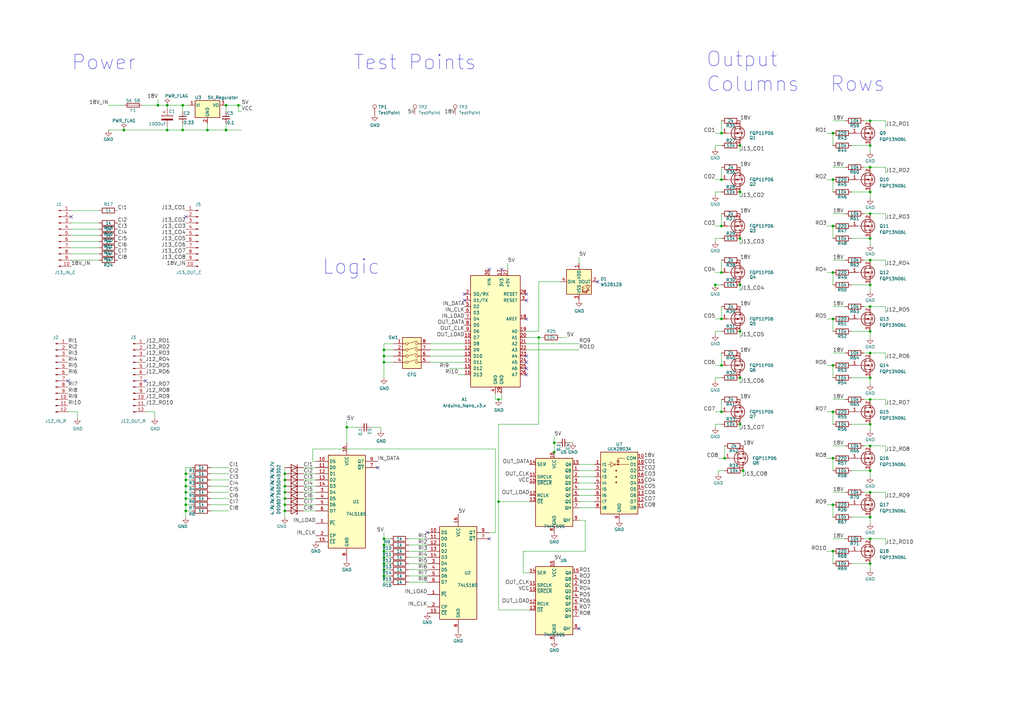
<source format=kicad_sch>
(kicad_sch (version 20211123) (generator eeschema)
  (paper "A3")
  (title_block (title "Afterglow WHITESTAR") (rev "2.0") (company "bitfield labs"))
  (junction (at 303.53 78.74))
  (junction (at 116.84 207.01))
  (junction (at 157.48 231.14))
  (junction (at 97.79 43.18))
  (junction (at 303.53 135.89))
  (junction (at 341.63 111.76))
  (junction (at 303.53 173.99))
  (junction (at 142.24 175.26))
  (junction (at 356.87 106.68))
  (junction (at 74.93 53.34))
  (junction (at 303.53 116.84))
  (junction (at 76.2 196.85))
  (junction (at 341.63 130.81))
  (junction (at 204.47 205.74))
  (junction (at 341.63 92.71))
  (junction (at 295.91 92.71))
  (junction (at 295.91 130.81))
  (junction (at 293.37 116.84))
  (junction (at 356.87 144.78))
  (junction (at 227.33 185.42))
  (junction (at 68.58 43.18))
  (junction (at 227.33 181.61))
  (junction (at 76.2 207.01))
  (junction (at 297.18 187.96))
  (junction (at 341.63 54.61))
  (junction (at 92.71 53.34))
  (junction (at 157.48 226.06))
  (junction (at 341.63 168.91))
  (junction (at 116.84 209.55))
  (junction (at 157.48 236.22))
  (junction (at 76.2 201.93))
  (junction (at 341.63 149.86))
  (junction (at 116.84 194.31))
  (junction (at 356.87 135.89))
  (junction (at 356.87 212.09))
  (junction (at 157.48 223.52))
  (junction (at 157.48 143.51))
  (junction (at 341.63 226.06))
  (junction (at 356.87 201.93))
  (junction (at 356.87 49.53))
  (junction (at 356.87 154.94))
  (junction (at 68.58 53.34))
  (junction (at 295.91 54.61))
  (junction (at 341.63 187.96))
  (junction (at 356.87 87.63))
  (junction (at 341.63 73.66))
  (junction (at 356.87 193.04))
  (junction (at 295.91 111.76))
  (junction (at 356.87 125.73))
  (junction (at 76.2 204.47))
  (junction (at 116.84 201.93))
  (junction (at 356.87 220.98))
  (junction (at 356.87 68.58))
  (junction (at 304.8 193.04))
  (junction (at 116.84 199.39))
  (junction (at 295.91 73.66))
  (junction (at 356.87 59.69))
  (junction (at 157.48 220.98))
  (junction (at 64.77 43.18))
  (junction (at 50.8 53.34))
  (junction (at 303.53 97.79))
  (junction (at 157.48 146.05))
  (junction (at 356.87 182.88))
  (junction (at 76.2 199.39))
  (junction (at 157.48 148.59))
  (junction (at 303.53 154.94))
  (junction (at 116.84 196.85))
  (junction (at 295.91 168.91))
  (junction (at 85.09 53.34))
  (junction (at 356.87 97.79))
  (junction (at 76.2 194.31))
  (junction (at 341.63 207.01))
  (junction (at 116.84 204.47))
  (junction (at 356.87 78.74))
  (junction (at 92.71 43.18))
  (junction (at 356.87 231.14))
  (junction (at 204.47 163.83))
  (junction (at 295.91 149.86))
  (junction (at 356.87 116.84))
  (junction (at 356.87 173.99))
  (junction (at 303.53 59.69))
  (junction (at 157.48 228.6))
  (junction (at 356.87 163.83))
  (junction (at 220.98 138.43))
  (junction (at 157.48 233.68))
  (junction (at 74.93 43.18))
  (junction (at 76.2 209.55))
  (no_connect (at 215.9 148.59))
  (no_connect (at 215.9 146.05))
  (no_connect (at 154.94 191.77))
  (no_connect (at 237.49 257.81))
  (no_connect (at 190.5 120.65))
  (no_connect (at 27.94 156.21))
  (no_connect (at 76.2 88.9))
  (no_connect (at 215.9 123.19))
  (no_connect (at 175.26 218.44))
  (no_connect (at 200.66 220.98))
  (no_connect (at 215.9 151.13))
  (no_connect (at 215.9 120.65))
  (no_connect (at 215.9 153.67))
  (no_connect (at 29.21 88.9))
  (no_connect (at 245.11 115.57))
  (no_connect (at 215.9 130.81))
  (no_connect (at 59.69 156.21))
  (no_connect (at 200.66 110.49))
  (no_connect (at 190.5 123.19))
  (no_connect (at 205.74 110.49))
  (wire (pts (xy 124.46 204.47) (xy 129.54 204.47)))
  (wire (pts (xy 295.91 149.86) (xy 295.91 144.78)))
  (wire (pts (xy 356.87 173.99) (xy 356.87 176.53)))
  (wire (pts (xy 215.9 140.97) (xy 237.49 140.97)))
  (wire (pts (xy 157.48 140.97) (xy 157.48 143.51)))
  (wire (pts (xy 293.37 54.61) (xy 295.91 54.61)))
  (wire (pts (xy 356.87 182.88) (xy 363.22 182.88)))
  (wire (pts (xy 142.24 172.72) (xy 142.24 175.26)))
  (wire (pts (xy 349.25 135.89) (xy 356.87 135.89)))
  (wire (pts (xy 356.87 212.09) (xy 356.87 214.63)))
  (wire (pts (xy 76.2 199.39) (xy 76.2 201.93)))
  (wire (pts (xy 354.33 49.53) (xy 356.87 49.53)))
  (wire (pts (xy 295.91 92.71) (xy 293.37 92.71)))
  (wire (pts (xy 295.91 168.91) (xy 295.91 163.83)))
  (wire (pts (xy 293.37 78.74) (xy 293.37 80.01)))
  (wire (pts (xy 157.48 233.68) (xy 160.02 233.68)))
  (wire (pts (xy 349.25 78.74) (xy 356.87 78.74)))
  (wire (pts (xy 293.37 154.94) (xy 295.91 154.94)))
  (wire (pts (xy 349.25 116.84) (xy 356.87 116.84)))
  (wire (pts (xy 92.71 43.18) (xy 97.79 43.18)))
  (wire (pts (xy 97.79 43.18) (xy 99.06 43.18)))
  (wire (pts (xy 152.4 175.26) (xy 156.21 175.26)))
  (wire (pts (xy 237.49 105.41) (xy 237.49 107.95)))
  (wire (pts (xy 293.37 135.89) (xy 293.37 137.16)))
  (wire (pts (xy 157.48 146.05) (xy 157.48 148.59)))
  (wire (pts (xy 157.48 220.98) (xy 157.48 223.52)))
  (wire (pts (xy 220.98 138.43) (xy 222.25 138.43)))
  (wire (pts (xy 293.37 168.91) (xy 295.91 168.91)))
  (wire (pts (xy 295.91 97.79) (xy 293.37 97.79)))
  (wire (pts (xy 293.37 116.84) (xy 293.37 118.11)))
  (wire (pts (xy 85.09 50.8) (xy 85.09 53.34)))
  (wire (pts (xy 356.87 201.93) (xy 363.22 201.93)))
  (wire (pts (xy 356.87 125.73) (xy 363.22 125.73)))
  (wire (pts (xy 303.53 116.84) (xy 303.53 119.38)))
  (wire (pts (xy 214.63 234.95) (xy 214.63 226.06)))
  (wire (pts (xy 157.48 231.14) (xy 157.48 233.68)))
  (wire (pts (xy 204.47 163.83) (xy 205.74 163.83)))
  (wire (pts (xy 295.91 68.58) (xy 295.91 73.66)))
  (wire (pts (xy 363.22 144.78) (xy 363.22 147.32)))
  (wire (pts (xy 293.37 173.99) (xy 293.37 175.26)))
  (wire (pts (xy 208.28 110.49) (xy 208.28 107.95)))
  (wire (pts (xy 203.2 218.44) (xy 203.2 184.15)))
  (wire (pts (xy 363.22 49.53) (xy 363.22 52.07)))
  (wire (pts (xy 68.58 43.18) (xy 68.58 44.45)))
  (wire (pts (xy 356.87 116.84) (xy 356.87 119.38)))
  (wire (pts (xy 175.26 228.6) (xy 167.64 228.6)))
  (wire (pts (xy 142.24 175.26) (xy 147.32 175.26)))
  (wire (pts (xy 76.2 194.31) (xy 76.2 196.85)))
  (wire (pts (xy 156.21 175.26) (xy 156.21 176.53)))
  (wire (pts (xy 217.17 234.95) (xy 214.63 234.95)))
  (wire (pts (xy 215.9 135.89) (xy 220.98 135.89)))
  (wire (pts (xy 294.64 193.04) (xy 294.64 194.31)))
  (wire (pts (xy 303.53 154.94) (xy 303.53 157.48)))
  (wire (pts (xy 59.69 168.91) (xy 63.5 168.91)))
  (wire (pts (xy 341.63 97.79) (xy 341.63 92.71)))
  (wire (pts (xy 341.63 49.53) (xy 346.71 49.53)))
  (wire (pts (xy 363.22 220.98) (xy 363.22 223.52)))
  (wire (pts (xy 341.63 220.98) (xy 346.71 220.98)))
  (wire (pts (xy 29.21 101.6) (xy 40.64 101.6)))
  (wire (pts (xy 341.63 187.96) (xy 339.09 187.96)))
  (wire (pts (xy 29.21 99.06) (xy 40.64 99.06)))
  (wire (pts (xy 176.53 140.97) (xy 190.5 140.97)))
  (wire (pts (xy 157.48 236.22) (xy 157.48 238.76)))
  (wire (pts (xy 237.49 195.58) (xy 243.84 195.58)))
  (wire (pts (xy 341.63 73.66) (xy 339.09 73.66)))
  (wire (pts (xy 354.33 163.83) (xy 356.87 163.83)))
  (wire (pts (xy 129.54 194.31) (xy 124.46 194.31)))
  (wire (pts (xy 93.98 199.39) (xy 86.36 199.39)))
  (wire (pts (xy 167.64 226.06) (xy 175.26 226.06)))
  (wire (pts (xy 190.5 143.51) (xy 176.53 143.51)))
  (wire (pts (xy 295.91 54.61) (xy 295.91 49.53)))
  (wire (pts (xy 129.54 189.23) (xy 128.27 189.23)))
  (wire (pts (xy 237.49 203.2) (xy 243.84 203.2)))
  (wire (pts (xy 97.79 45.72) (xy 99.06 45.72)))
  (wire (pts (xy 237.49 200.66) (xy 243.84 200.66)))
  (wire (pts (xy 363.22 201.93) (xy 363.22 204.47)))
  (wire (pts (xy 237.49 208.28) (xy 243.84 208.28)))
  (wire (pts (xy 116.84 204.47) (xy 116.84 207.01)))
  (wire (pts (xy 363.22 106.68) (xy 363.22 109.22)))
  (wire (pts (xy 346.71 125.73) (xy 341.63 125.73)))
  (wire (pts (xy 341.63 130.81) (xy 339.09 130.81)))
  (wire (pts (xy 237.49 190.5) (xy 243.84 190.5)))
  (wire (pts (xy 116.84 196.85) (xy 116.84 199.39)))
  (wire (pts (xy 205.74 163.83) (xy 205.74 161.29)))
  (wire (pts (xy 161.29 146.05) (xy 157.48 146.05)))
  (wire (pts (xy 161.29 143.51) (xy 157.48 143.51)))
  (wire (pts (xy 124.46 191.77) (xy 129.54 191.77)))
  (wire (pts (xy 295.91 73.66) (xy 293.37 73.66)))
  (wire (pts (xy 76.2 209.55) (xy 78.74 209.55)))
  (wire (pts (xy 74.93 43.18) (xy 77.47 43.18)))
  (wire (pts (xy 76.2 201.93) (xy 78.74 201.93)))
  (wire (pts (xy 237.49 143.51) (xy 215.9 143.51)))
  (wire (pts (xy 29.21 104.14) (xy 40.64 104.14)))
  (wire (pts (xy 341.63 59.69) (xy 341.63 54.61)))
  (wire (pts (xy 129.54 196.85) (xy 124.46 196.85)))
  (wire (pts (xy 227.33 181.61) (xy 227.33 185.42)))
  (wire (pts (xy 356.87 173.99) (xy 349.25 173.99)))
  (wire (pts (xy 176.53 146.05) (xy 190.5 146.05)))
  (wire (pts (xy 31.75 168.91) (xy 31.75 171.45)))
  (wire (pts (xy 240.03 213.36) (xy 237.49 213.36)))
  (wire (pts (xy 29.21 96.52) (xy 40.64 96.52)))
  (wire (pts (xy 175.26 238.76) (xy 167.64 238.76)))
  (wire (pts (xy 116.84 201.93) (xy 116.84 204.47)))
  (wire (pts (xy 227.33 181.61) (xy 227.33 179.07)))
  (wire (pts (xy 356.87 154.94) (xy 356.87 157.48)))
  (wire (pts (xy 129.54 201.93) (xy 124.46 201.93)))
  (wire (pts (xy 63.5 168.91) (xy 63.5 171.45)))
  (wire (pts (xy 341.63 212.09) (xy 341.63 207.01)))
  (wire (pts (xy 229.87 138.43) (xy 232.41 138.43)))
  (wire (pts (xy 204.47 250.19) (xy 204.47 205.74)))
  (wire (pts (xy 157.48 223.52) (xy 157.48 226.06)))
  (wire (pts (xy 64.77 40.64) (xy 64.77 43.18)))
  (wire (pts (xy 363.22 87.63) (xy 363.22 90.17)))
  (wire (pts (xy 346.71 106.68) (xy 341.63 106.68)))
  (wire (pts (xy 341.63 111.76) (xy 339.09 111.76)))
  (wire (pts (xy 68.58 53.34) (xy 74.93 53.34)))
  (wire (pts (xy 297.18 187.96) (xy 294.64 187.96)))
  (wire (pts (xy 354.33 220.98) (xy 356.87 220.98)))
  (wire (pts (xy 74.93 43.18) (xy 74.93 45.72)))
  (wire (pts (xy 92.71 43.18) (xy 92.71 45.72)))
  (wire (pts (xy 157.48 218.44) (xy 157.48 220.98)))
  (wire (pts (xy 29.21 93.98) (xy 40.64 93.98)))
  (wire (pts (xy 175.26 233.68) (xy 167.64 233.68)))
  (wire (pts (xy 91.44 43.18) (xy 92.71 43.18)))
  (wire (pts (xy 356.87 231.14) (xy 356.87 233.68)))
  (wire (pts (xy 116.84 199.39) (xy 116.84 201.93)))
  (wire (pts (xy 233.68 181.61) (xy 234.95 181.61)))
  (wire (pts (xy 128.27 184.15) (xy 203.2 184.15)))
  (wire (pts (xy 294.64 193.04) (xy 297.18 193.04)))
  (wire (pts (xy 356.87 163.83) (xy 363.22 163.83)))
  (wire (pts (xy 86.36 201.93) (xy 93.98 201.93)))
  (wire (pts (xy 86.36 194.31) (xy 93.98 194.31)))
  (wire (pts (xy 190.5 151.13) (xy 184.15 151.13)))
  (wire (pts (xy 58.42 43.18) (xy 64.77 43.18)))
  (wire (pts (xy 157.48 228.6) (xy 157.48 231.14)))
  (wire (pts (xy 341.63 54.61) (xy 339.09 54.61)))
  (wire (pts (xy 354.33 182.88) (xy 356.87 182.88)))
  (wire (pts (xy 354.33 125.73) (xy 356.87 125.73)))
  (wire (pts (xy 157.48 148.59) (xy 157.48 154.94)))
  (wire (pts (xy 157.48 143.51) (xy 157.48 146.05)))
  (wire (pts (xy 341.63 130.81) (xy 341.63 135.89)))
  (wire (pts (xy 50.8 43.18) (xy 44.45 43.18)))
  (wire (pts (xy 128.27 189.23) (xy 128.27 184.15)))
  (wire (pts (xy 295.91 125.73) (xy 295.91 130.81)))
  (wire (pts (xy 341.63 149.86) (xy 339.09 149.86)))
  (wire (pts (xy 204.47 173.99) (xy 204.47 205.74)))
  (wire (pts (xy 243.84 198.12) (xy 237.49 198.12)))
  (wire (pts (xy 354.33 68.58) (xy 356.87 68.58)))
  (wire (pts (xy 76.2 207.01) (xy 78.74 207.01)))
  (wire (pts (xy 341.63 226.06) (xy 339.09 226.06)))
  (wire (pts (xy 349.25 154.94) (xy 356.87 154.94)))
  (wire (pts (xy 356.87 135.89) (xy 356.87 138.43)))
  (wire (pts (xy 341.63 144.78) (xy 346.71 144.78)))
  (wire (pts (xy 341.63 87.63) (xy 346.71 87.63)))
  (wire (pts (xy 93.98 207.01) (xy 86.36 207.01)))
  (wire (pts (xy 157.48 226.06) (xy 157.48 228.6)))
  (wire (pts (xy 116.84 191.77) (xy 116.84 194.31)))
  (wire (pts (xy 86.36 191.77) (xy 93.98 191.77)))
  (wire (pts (xy 76.2 196.85) (xy 78.74 196.85)))
  (wire (pts (xy 29.21 86.36) (xy 40.64 86.36)))
  (wire (pts (xy 76.2 196.85) (xy 76.2 199.39)))
  (wire (pts (xy 341.63 168.91) (xy 339.09 168.91)))
  (wire (pts (xy 295.91 130.81) (xy 293.37 130.81)))
  (wire (pts (xy 50.8 53.34) (xy 68.58 53.34)))
  (wire (pts (xy 227.33 181.61) (xy 228.6 181.61)))
  (wire (pts (xy 341.63 163.83) (xy 346.71 163.83)))
  (wire (pts (xy 124.46 209.55) (xy 129.54 209.55)))
  (wire (pts (xy 220.98 115.57) (xy 229.87 115.57)))
  (wire (pts (xy 86.36 209.55) (xy 93.98 209.55)))
  (wire (pts (xy 161.29 140.97) (xy 157.48 140.97)))
  (wire (pts (xy 220.98 135.89) (xy 220.98 115.57)))
  (wire (pts (xy 356.87 193.04) (xy 356.87 195.58)))
  (wire (pts (xy 74.93 50.8) (xy 74.93 53.34)))
  (wire (pts (xy 68.58 52.07) (xy 68.58 53.34)))
  (wire (pts (xy 341.63 149.86) (xy 341.63 154.94)))
  (wire (pts (xy 157.48 226.06) (xy 160.02 226.06)))
  (wire (pts (xy 303.53 173.99) (xy 303.53 176.53)))
  (wire (pts (xy 354.33 106.68) (xy 356.87 106.68)))
  (wire (pts (xy 85.09 53.34) (xy 92.71 53.34)))
  (wire (pts (xy 160.02 223.52) (xy 157.48 223.52)))
  (wire (pts (xy 29.21 106.68) (xy 40.64 106.68)))
  (wire (pts (xy 190.5 153.67) (xy 187.96 153.67)))
  (wire (pts (xy 349.25 193.04) (xy 356.87 193.04)))
  (wire (pts (xy 97.79 43.18) (xy 97.79 45.72)))
  (wire (pts (xy 341.63 92.71) (xy 339.09 92.71)))
  (wire (pts (xy 297.18 182.88) (xy 297.18 187.96)))
  (wire (pts (xy 349.25 97.79) (xy 356.87 97.79)))
  (wire (pts (xy 356.87 97.79) (xy 356.87 100.33)))
  (wire (pts (xy 356.87 106.68) (xy 363.22 106.68)))
  (wire (pts (xy 160.02 220.98) (xy 157.48 220.98)))
  (wire (pts (xy 293.37 154.94) (xy 293.37 156.21)))
  (wire (pts (xy 295.91 135.89) (xy 293.37 135.89)))
  (wire (pts (xy 214.63 226.06) (xy 240.03 226.06)))
  (wire (pts (xy 341.63 231.14) (xy 341.63 226.06)))
  (wire (pts (xy 92.71 53.34) (xy 99.06 53.34)))
  (wire (pts (xy 92.71 53.34) (xy 92.71 50.8)))
  (wire (pts (xy 354.33 87.63) (xy 356.87 87.63)))
  (wire (pts (xy 27.94 168.91) (xy 31.75 168.91)))
  (wire (pts (xy 363.22 182.88) (xy 363.22 185.42)))
  (wire (pts (xy 341.63 182.88) (xy 346.71 182.88)))
  (wire (pts (xy 74.93 53.34) (xy 85.09 53.34)))
  (wire (pts (xy 341.63 173.99) (xy 341.63 168.91)))
  (wire (pts (xy 295.91 59.69) (xy 293.37 59.69)))
  (wire (pts (xy 356.87 68.58) (xy 363.22 68.58)))
  (wire (pts (xy 129.54 207.01) (xy 124.46 207.01)))
  (wire (pts (xy 341.63 68.58) (xy 346.71 68.58)))
  (wire (pts (xy 76.2 191.77) (xy 76.2 194.31)))
  (wire (pts (xy 295.91 173.99) (xy 293.37 173.99)))
  (wire (pts (xy 295.91 87.63) (xy 295.91 92.71)))
  (wire (pts (xy 356.87 220.98) (xy 363.22 220.98)))
  (wire (pts (xy 167.64 236.22) (xy 175.26 236.22)))
  (wire (pts (xy 356.87 78.74) (xy 356.87 81.28)))
  (wire (pts (xy 203.2 163.83) (xy 204.47 163.83)))
  (wire (pts (xy 356.87 87.63) (xy 363.22 87.63)))
  (wire (pts (xy 116.84 207.01) (xy 116.84 209.55)))
  (wire (pts (xy 142.24 175.26) (xy 142.24 181.61)))
  (wire (pts (xy 243.84 193.04) (xy 237.49 193.04)))
  (wire (pts (xy 363.22 125.73) (xy 363.22 128.27)))
  (wire (pts (xy 116.84 194.31) (xy 116.84 196.85)))
  (wire (pts (xy 76.2 199.39) (xy 78.74 199.39)))
  (wire (pts (xy 363.22 68.58) (xy 363.22 71.12)))
  (wire (pts (xy 64.77 43.18) (xy 68.58 43.18)))
  (wire (pts (xy 295.91 111.76) (xy 293.37 111.76)))
  (wire (pts (xy 356.87 144.78) (xy 363.22 144.78)))
  (wire (pts (xy 200.66 218.44) (xy 203.2 218.44)))
  (wire (pts (xy 203.2 161.29) (xy 203.2 163.83)))
  (wire (pts (xy 29.21 91.44) (xy 40.64 91.44)))
  (wire (pts (xy 303.53 135.89) (xy 303.53 138.43)))
  (wire (pts (xy 167.64 231.14) (xy 175.26 231.14)))
  (wire (pts (xy 76.2 204.47) (xy 78.74 204.47)))
  (wire (pts (xy 78.74 194.31) (xy 76.2 194.31)))
  (wire (pts (xy 76.2 201.93) (xy 76.2 204.47)))
  (wire (pts (xy 354.33 144.78) (xy 356.87 144.78)))
  (wire (pts (xy 303.53 97.79) (xy 303.53 100.33)))
  (wire (pts (xy 295.91 78.74) (xy 293.37 78.74)))
  (wire (pts (xy 217.17 205.74) (xy 204.47 205.74)))
  (wire (pts (xy 341.63 207.01) (xy 339.09 207.01)))
  (wire (pts (xy 161.29 148.59) (xy 157.48 148.59)))
  (wire (pts (xy 293.37 97.79) (xy 293.37 99.06)))
  (wire (pts (xy 240.03 226.06) (xy 240.03 213.36)))
  (wire (pts (xy 157.48 228.6) (xy 160.02 228.6)))
  (wire (pts (xy 76.2 191.77) (xy 78.74 191.77)))
  (wire (pts (xy 175.26 223.52) (xy 167.64 223.52)))
  (wire (pts (xy 293.37 116.84) (xy 295.91 116.84)))
  (wire (pts (xy 304.8 193.04) (xy 304.8 195.58)))
  (wire (pts (xy 349.25 231.14) (xy 356.87 231.14)))
  (wire (pts (xy 220.98 173.99) (xy 204.47 173.99)))
  (wire (pts (xy 293.37 149.86) (xy 295.91 149.86)))
  (wire (pts (xy 349.25 212.09) (xy 356.87 212.09)))
  (wire (pts (xy 349.25 59.69) (xy 356.87 59.69)))
  (wire (pts (xy 86.36 196.85) (xy 93.98 196.85)))
  (wire (pts (xy 303.53 59.69) (xy 303.53 62.23)))
  (wire (pts (xy 116.84 209.55) (xy 116.84 212.09)))
  (wire (pts (xy 190.5 148.59) (xy 176.53 148.59)))
  (wire (pts (xy 356.87 49.53) (xy 363.22 49.53)))
  (wire (pts (xy 363.22 163.83) (xy 363.22 166.37)))
  (wire (pts (xy 356.87 59.69) (xy 356.87 62.23)))
  (wire (pts (xy 293.37 59.69) (xy 293.37 60.96)))
  (wire (pts (xy 76.2 204.47) (xy 76.2 207.01)))
  (wire (pts (xy 68.58 43.18) (xy 74.93 43.18)))
  (wire (pts (xy 341.63 111.76) (xy 341.63 116.84)))
  (wire (pts (xy 220.98 138.43) (xy 220.98 173.99)))
  (wire (pts (xy 204.47 250.19) (xy 217.17 250.19)))
  (wire (pts (xy 227.33 185.42) (xy 227.33 187.96)))
  (wire (pts (xy 341.63 193.04) (xy 341.63 187.96)))
  (wire (pts (xy 157.48 233.68) (xy 157.48 236.22)))
  (wire (pts (xy 157.48 238.76) (xy 160.02 238.76)))
  (wire (pts (xy 295.91 106.68) (xy 295.91 111.76)))
  (wire (pts (xy 93.98 204.47) (xy 86.36 204.47)))
  (wire (pts (xy 167.64 220.98) (xy 175.26 220.98)))
  (wire (pts (xy 76.2 207.01) (xy 76.2 209.55)))
  (wire (pts (xy 157.48 231.14) (xy 160.02 231.14)))
  (wire (pts (xy 215.9 138.43) (xy 220.98 138.43)))
  (wire (pts (xy 44.45 53.34) (xy 50.8 53.34)))
  (wire (pts (xy 243.84 205.74) (xy 237.49 205.74)))
  (wire (pts (xy 303.53 78.74) (xy 303.53 81.28)))
  (wire (pts (xy 76.2 209.55) (xy 76.2 212.09)))
  (wire (pts (xy 124.46 199.39) (xy 129.54 199.39)))
  (wire (pts (xy 354.33 201.93) (xy 356.87 201.93)))
  (wire (pts (xy 341.63 78.74) (xy 341.63 73.66)))
  (wire (pts (xy 341.63 201.93) (xy 346.71 201.93)))
  (wire (pts (xy 157.48 236.22) (xy 160.02 236.22)))
  (text "Test Points" (at 144.78 29.21 0) (effects (font (size 5.9944 5.9944)) (justify left bottom)))
  (text "Power" (at 29.21 29.21 0) (effects (font (size 5.9944 5.9944)) (justify left bottom)))
  (text "Columns" (at 289.56 38.1 0) (effects (font (size 5.9944 5.9944)) (justify left bottom)))
  (text "Output" (at 289.56 27.94 0) (effects (font (size 5.9944 5.9944)) (justify left bottom)))
  (text "Logic" (at 132.08 113.03 0) (effects (font (size 5.9944 5.9944)) (justify left bottom)))
  (text "Rows" (at 340.36 38.1 0) (effects (font (size 5.9944 5.9944)) (justify left bottom)))
  (label "CI7" (at 48.26 104.14 0) (effects (font (size 1.524 1.524))))
  (label "18V" (at 64.77 40.64 180) (effects (font (size 1.524 1.524))))
  (label "18V" (at 303.53 49.53 0) (effects (font (size 1.524 1.524))))
  (label "RO1O" (at 339.09 226.06 180) (effects (font (size 1.524 1.524))))
  (label "18V_IN" (at 44.45 43.18 180) (effects (font (size 1.524 1.524))))
  (label "CI8" (at 93.98 209.55 0) (effects (font (size 1.524 1.524))))
  (label "18V" (at 303.53 163.83 0) (effects (font (size 1.524 1.524))))
  (label "CI5" (at 124.46 201.93 0) (effects (font (size 1.524 1.524))))
  (label "5V" (at 227.33 229.87 0) (effects (font (size 1.524 1.524))))
  (label "J13_CO5" (at 303.53 138.43 0) (effects (font (size 1.524 1.524))))
  (label "J12_RO4" (at 363.22 109.22 0) (effects (font (size 1.524 1.524))))
  (label "18V" (at 264.16 187.96 0) (effects (font (size 1.524 1.524))))
  (label "18V" (at 303.53 87.63 0) (effects (font (size 1.524 1.524))))
  (label "J13_CO1" (at 76.2 86.36 180) (effects (font (size 1.524 1.524))))
  (label "18V" (at 341.63 144.78 0) (effects (font (size 1.524 1.524))))
  (label "18V" (at 341.63 87.63 0) (effects (font (size 1.524 1.524))))
  (label "RI3" (at 171.45 226.06 0) (effects (font (size 1.524 1.524))))
  (label "CI4" (at 124.46 199.39 0) (effects (font (size 1.524 1.524))))
  (label "CI7" (at 124.46 207.01 0) (effects (font (size 1.524 1.524))))
  (label "RI1" (at 171.45 220.98 0) (effects (font (size 1.524 1.524))))
  (label "OUT_CLK" (at 217.17 240.03 180) (effects (font (size 1.524 1.524))))
  (label "OUT_LOAD" (at 217.17 203.2 180) (effects (font (size 1.524 1.524))))
  (label "J12_RO6" (at 363.22 147.32 0) (effects (font (size 1.524 1.524))))
  (label "RI3" (at 27.94 146.05 0) (effects (font (size 1.524 1.524))))
  (label "RI10" (at 27.94 166.37 0) (effects (font (size 1.524 1.524))))
  (label "CI5" (at 93.98 201.93 0) (effects (font (size 1.524 1.524))))
  (label "RO2" (at 237.49 237.49 0) (effects (font (size 1.524 1.524))))
  (label "J12_RO9" (at 363.22 204.47 0) (effects (font (size 1.524 1.524))))
  (label "RI5" (at 171.45 231.14 0) (effects (font (size 1.524 1.524))))
  (label "18V" (at 186.69 46.99 180) (effects (font (size 1.524 1.524))))
  (label "18V" (at 341.63 49.53 0) (effects (font (size 1.524 1.524))))
  (label "RO9" (at 237.49 140.97 0) (effects (font (size 1.524 1.524))))
  (label "RI2" (at 27.94 143.51 0) (effects (font (size 1.524 1.524))))
  (label "J12_RO5" (at 363.22 128.27 0) (effects (font (size 1.524 1.524))))
  (label "J13_CO8" (at 304.8 195.58 0) (effects (font (size 1.524 1.524))))
  (label "RO1O" (at 237.49 143.51 0) (effects (font (size 1.524 1.524))))
  (label "OUT_LOAD" (at 217.17 247.65 180) (effects (font (size 1.524 1.524))))
  (label "RO9" (at 339.09 207.01 180) (effects (font (size 1.524 1.524))))
  (label "RI8" (at 171.45 238.76 0) (effects (font (size 1.524 1.524))))
  (label "CI3" (at 48.26 93.98 0) (effects (font (size 1.524 1.524))))
  (label "CI1" (at 93.98 191.77 0) (effects (font (size 1.524 1.524))))
  (label "J12_RO5" (at 59.69 151.13 0) (effects (font (size 1.524 1.524))))
  (label "RO5" (at 339.09 130.81 180) (effects (font (size 1.524 1.524))))
  (label "CO4" (at 293.37 111.76 180) (effects (font (size 1.524 1.524))))
  (label "RI7" (at 171.45 236.22 0) (effects (font (size 1.524 1.524))))
  (label "J12_RO10" (at 363.22 223.52 0) (effects (font (size 1.524 1.524))))
  (label "CI4" (at 48.26 96.52 0) (effects (font (size 1.524 1.524))))
  (label "IN_LOAD" (at 129.54 214.63 180) (effects (font (size 1.524 1.524))))
  (label "VCC" (at 217.17 242.57 180) (effects (font (size 1.524 1.524))))
  (label "OUT_DATA" (at 217.17 190.5 180) (effects (font (size 1.524 1.524))))
  (label "CO5" (at 293.37 130.81 180) (effects (font (size 1.524 1.524))))
  (label "J13_CO2" (at 76.2 91.44 180) (effects (font (size 1.524 1.524))))
  (label "RO7" (at 237.49 250.19 0) (effects (font (size 1.524 1.524))))
  (label "RO8" (at 237.49 252.73 0) (effects (font (size 1.524 1.524))))
  (label "J12_RO8" (at 363.22 185.42 0) (effects (font (size 1.524 1.524))))
  (label "5V" (at 157.48 218.44 180) (effects (font (size 1.524 1.524))))
  (label "18V" (at 341.63 125.73 0) (effects (font (size 1.524 1.524))))
  (label "18V" (at 341.63 106.68 0) (effects (font (size 1.524 1.524))))
  (label "J13_CO6" (at 76.2 101.6 180) (effects (font (size 1.524 1.524))))
  (label "RO2" (at 339.09 73.66 180) (effects (font (size 1.524 1.524))))
  (label "RI10" (at 187.96 153.67 180) (effects (font (size 1.524 1.524))))
  (label "VCC" (at 99.06 45.72 0) (effects (font (size 1.524 1.524))))
  (label "IN_DATA" (at 154.94 189.23 0) (effects (font (size 1.524 1.524))))
  (label "5V" (at 232.41 138.43 0) (effects (font (size 1.524 1.524))))
  (label "CI1" (at 48.26 86.36 0) (effects (font (size 1.524 1.524))))
  (label "J13_CO6" (at 303.53 157.48 0) (effects (font (size 1.524 1.524))))
  (label "RI9" (at 27.94 163.83 0) (effects (font (size 1.524 1.524))))
  (label "J12_RO8" (at 59.69 161.29 0) (effects (font (size 1.524 1.524))))
  (label "J13_CO8" (at 76.2 106.68 180) (effects (font (size 1.524 1.524))))
  (label "18V_IN" (at 29.21 109.22 0) (effects (font (size 1.524 1.524))))
  (label "RO7" (at 339.09 168.91 180) (effects (font (size 1.524 1.524))))
  (label "IN_CLK" (at 175.26 248.92 180) (effects (font (size 1.524 1.524))))
  (label "18V" (at 341.63 68.58 0) (effects (font (size 1.524 1.524))))
  (label "CO8" (at 294.64 187.96 180) (effects (font (size 1.524 1.524))))
  (label "RI4" (at 27.94 148.59 0) (effects (font (size 1.524 1.524))))
  (label "J13_CO1" (at 303.53 62.23 0) (effects (font (size 1.524 1.524))))
  (label "RI1" (at 27.94 140.97 0) (effects (font (size 1.524 1.524))))
  (label "CO8" (at 264.16 208.28 0) (effects (font (size 1.524 1.524))))
  (label "RI2" (at 171.45 223.52 0) (effects (font (size 1.524 1.524))))
  (label "CO1" (at 264.16 190.5 0) (effects (font (size 1.524 1.524))))
  (label "RO4" (at 237.49 242.57 0) (effects (font (size 1.524 1.524))))
  (label "J13_CO7" (at 76.2 104.14 180) (effects (font (size 1.524 1.524))))
  (label "18V" (at 341.63 201.93 0) (effects (font (size 1.524 1.524))))
  (label "J13_CO4" (at 76.2 96.52 180) (effects (font (size 1.524 1.524))))
  (label "CI7" (at 93.98 207.01 0) (effects (font (size 1.524 1.524))))
  (label "CO4" (at 264.16 198.12 0) (effects (font (size 1.524 1.524))))
  (label "RO3" (at 339.09 92.71 180) (effects (font (size 1.524 1.524))))
  (label "CI4" (at 93.98 199.39 0) (effects (font (size 1.524 1.524))))
  (label "18V" (at 341.63 220.98 0) (effects (font (size 1.524 1.524))))
  (label "CI3" (at 124.46 196.85 0) (effects (font (size 1.524 1.524))))
  (label "18V" (at 303.53 106.68 0) (effects (font (size 1.524 1.524))))
  (label "5V" (at 237.49 105.41 0) (effects (font (size 1.524 1.524))))
  (label "J12_RO3" (at 363.22 90.17 0) (effects (font (size 1.524 1.524))))
  (label "RO1" (at 237.49 234.95 0) (effects (font (size 1.524 1.524))))
  (label "RI6" (at 27.94 153.67 0) (effects (font (size 1.524 1.524))))
  (label "5V" (at 208.28 107.95 0) (effects (font (size 1.524 1.524))))
  (label "RO3" (at 237.49 240.03 0) (effects (font (size 1.524 1.524))))
  (label "RI4" (at 171.45 228.6 0) (effects (font (size 1.524 1.524))))
  (label "RO6" (at 237.49 247.65 0) (effects (font (size 1.524 1.524))))
  (label "18V" (at 304.8 182.88 0) (effects (font (size 1.524 1.524))))
  (label "J13_CO3" (at 303.53 100.33 0) (effects (font (size 1.524 1.524))))
  (label "IN_CLK" (at 129.54 219.71 180) (effects (font (size 1.524 1.524))))
  (label "J12_RO6" (at 59.69 153.67 0) (effects (font (size 1.524 1.524))))
  (label "IN_CLK" (at 190.5 128.27 180) (effects (font (size 1.524 1.524))))
  (label "CO7" (at 264.16 205.74 0) (effects (font (size 1.524 1.524))))
  (label "IN_DATA" (at 190.5 125.73 180) (effects (font (size 1.524 1.524))))
  (label "J12_RO7" (at 59.69 158.75 0) (effects (font (size 1.524 1.524))))
  (label "RO4" (at 339.09 111.76 180) (effects (font (size 1.524 1.524))))
  (label "18V" (at 303.53 68.58 0) (effects (font (size 1.524 1.524))))
  (label "VCC" (at 217.17 198.12 180) (effects (font (size 1.524 1.524))))
  (label "RI5" (at 27.94 151.13 0) (effects (font (size 1.524 1.524))))
  (label "5V" (at 142.24 172.72 0) (effects (font (size 1.524 1.524))))
  (label "CO3" (at 264.16 195.58 0) (effects (font (size 1.524 1.524))))
  (label "CI2" (at 48.26 91.44 0) (effects (font (size 1.524 1.524))))
  (label "CO7" (at 293.37 168.91 180) (effects (font (size 1.524 1.524))))
  (label "RI8" (at 27.94 161.29 0) (effects (font (size 1.524 1.524))))
  (label "CI6" (at 48.26 101.6 0) (effects (font (size 1.524 1.524))))
  (label "J13_CO2" (at 303.53 81.28 0) (effects (font (size 1.524 1.524))))
  (label "CO6" (at 264.16 203.2 0) (effects (font (size 1.524 1.524))))
  (label "RI9" (at 184.15 151.13 180) (effects (font (size 1.524 1.524))))
  (label "CI8" (at 48.26 106.68 0) (effects (font (size 1.524 1.524))))
  (label "RI7" (at 27.94 158.75 0) (effects (font (size 1.524 1.524))))
  (label "CO1" (at 293.37 54.61 180) (effects (font (size 1.524 1.524))))
  (label "J12_RO2" (at 59.69 143.51 0) (effects (font (size 1.524 1.524))))
  (label "CI2" (at 93.98 194.31 0) (effects (font (size 1.524 1.524))))
  (label "RO8" (at 339.09 187.96 180) (effects (font (size 1.524 1.524))))
  (label "J13_CO4" (at 303.53 119.38 0) (effects (font (size 1.524 1.524))))
  (label "J12_RO9" (at 59.69 163.83 0) (effects (font (size 1.524 1.524))))
  (label "RI6" (at 171.45 233.68 0) (effects (font (size 1.524 1.524))))
  (label "CI8" (at 124.46 209.55 0) (effects (font (size 1.524 1.524))))
  (label "18V" (at 303.53 144.78 0) (effects (font (size 1.524 1.524))))
  (label "CI2" (at 124.46 194.31 0) (effects (font (size 1.524 1.524))))
  (label "J12_RO1" (at 59.69 140.97 0) (effects (font (size 1.524 1.524))))
  (label "CI3" (at 93.98 196.85 0) (effects (font (size 1.524 1.524))))
  (label "J12_RO2" (at 363.22 71.12 0) (effects (font (size 1.524 1.524))))
  (label "CI6" (at 124.46 204.47 0) (effects (font (size 1.524 1.524))))
  (label "18V" (at 341.63 163.83 0) (effects (font (size 1.524 1.524))))
  (label "CO3" (at 293.37 92.71 180) (effects (font (size 1.524 1.524))))
  (label "CI6" (at 93.98 204.47 0) (effects (font (size 1.524 1.524))))
  (label "5V" (at 187.96 210.82 0) (effects (font (size 1.524 1.524))))
  (label "CI1" (at 124.46 191.77 0) (effects (font (size 1.524 1.524))))
  (label "5V" (at 170.18 46.99 180) (effects (font (size 1.524 1.524))))
  (label "J12_RO4" (at 59.69 148.59 0) (effects (font (size 1.524 1.524))))
  (label "OUT_LOAD" (at 190.5 138.43 180) (effects (font (size 1.524 1.524))))
  (label "J13_CO5" (at 76.2 99.06 180) (effects (font (size 1.524 1.524))))
  (label "RO5" (at 237.49 245.11 0) (effects (font (size 1.524 1.524))))
  (label "CO2" (at 264.16 193.04 0) (effects (font (size 1.524 1.524))))
  (label "OUT_CLK" (at 190.5 135.89 180) (effects (font (size 1.524 1.524))))
  (label "OUT_DATA" (at 190.5 133.35 180) (effects (font (size 1.524 1.524))))
  (label "J13_CO7" (at 303.53 176.53 0) (effects (font (size 1.524 1.524))))
  (label "OUT_CLK" (at 217.17 195.58 180) (effects (font (size 1.524 1.524))))
  (label "5V" (at 99.06 43.18 0) (effects (font (size 1.524 1.524))))
  (label "RO6" (at 339.09 149.86 180) (effects (font (size 1.524 1.524))))
  (label "CO2" (at 293.37 73.66 180) (effects (font (size 1.524 1.524))))
  (label "J12_RO1" (at 363.22 52.07 0) (effects (font (size 1.524 1.524))))
  (label "18V" (at 303.53 125.73 0) (effects (font (size 1.524 1.524))))
  (label "CI5" (at 48.26 99.06 0) (effects (font (size 1.524 1.524))))
  (label "J12_RO3" (at 59.69 146.05 0) (effects (font (size 1.524 1.524))))
  (label "18V_IN" (at 76.2 109.22 180) (effects (font (size 1.524 1.524))))
  (label "J12_RO7" (at 363.22 166.37 0) (effects (font (size 1.524 1.524))))
  (label "J13_CO3" (at 76.2 93.98 180) (effects (font (size 1.524 1.524))))
  (label "5V" (at 227.33 179.07 0) (effects (font (size 1.524 1.524))))
  (label "J12_RO10" (at 59.69 166.37 0) (effects (font (size 1.524 1.524))))
  (label "IN_LOAD" (at 190.5 130.81 180) (effects (font (size 1.524 1.524))))
  (label "18V" (at 341.63 182.88 0) (effects (font (size 1.524 1.524))))
  (label "IN_LOAD" (at 175.26 243.84 180) (effects (font (size 1.524 1.524))))
  (label "RO1" (at 339.09 54.61 180) (effects (font (size 1.524 1.524))))
  (label "CO5" (at 264.16 200.66 0) (effects (font (size 1.524 1.524))))
  (label "CO6" (at 293.37 149.86 180) (effects (font (size 1.524 1.524))))
  (symbol (lib_id "Connector:Conn_01x10_Male") (at 24.13 96.52 0) (unit 1)
    (property "Reference" "J1" (at 24.13 83.82 0))
    (property "Value" "J13_IN_C" (at 26.67 111.76 0))
    (property "Footprint" "Connectors_Molex:Molex_KK-41791-10_10x3.96mm_Straight" (effects hide))
  )
  (symbol (lib_id "Connector:Conn_01x10_Male") (at 81.28 96.52 0) (mirror y) (unit 1)
    (property "Reference" "J5" (at 81.28 83.82 0))
    (property "Value" "J13_OUT_C" (at 77.47 111.76 0))
    (property "Footprint" "Connectors_Molex:Molex_KK-41791-10_10x3.96mm_Straight" (effects hide))
  )
  (symbol (lib_id "Device:Fuse") (at 54.61 43.18 270) (unit 1)
    (property "Reference" "F1" (at 54.61 45.212 90))
    (property "Value" "5A SB" (at 54.61 41.275 90))
    (property "Footprint" "Fuse_Holders_and_Fuses:Fuseholder5x20_horiz_open_lateral_Type-II" (effects hide))
  )
  (symbol (lib_id "Device:R") (at 44.45 86.36 270) (unit 1)
    (property "Reference" "R17" (at 44.45 83.82 90))
    (property "Value" "1k" (at 44.45 86.36 90))
    (property "Footprint" "Resistors_SMD:R_0805_HandSoldering" (effects hide))
    (property "JLCPCB" "C95781" (effects hide))
  )
  (symbol (lib_id "Device:R") (at 44.45 91.44 270) (unit 1)
    (property "Reference" "R18" (at 44.45 93.472 90))
    (property "Value" "1k" (at 44.45 91.44 90))
    (property "Footprint" "Resistors_SMD:R_0805_HandSoldering" (effects hide))
    (property "JLCPCB" "C95781" (effects hide))
  )
  (symbol (lib_id "Device:R") (at 44.45 93.98 270) (unit 1)
    (property "Reference" "R19" (at 44.45 96.012 90))
    (property "Value" "1k" (at 44.45 93.98 90))
    (property "Footprint" "Resistors_SMD:R_0805_HandSoldering" (effects hide))
    (property "JLCPCB" "C95781" (effects hide))
  )
  (symbol (lib_id "Device:R") (at 44.45 96.52 270) (unit 1)
    (property "Reference" "R20" (at 44.45 98.552 90))
    (property "Value" "1k" (at 44.45 96.52 90))
    (property "Footprint" "Resistors_SMD:R_0805_HandSoldering" (effects hide))
    (property "JLCPCB" "C95781" (effects hide))
  )
  (symbol (lib_id "Device:R") (at 44.45 99.06 270) (unit 1)
    (property "Reference" "R21" (at 44.45 101.092 90))
    (property "Value" "1k" (at 44.45 99.06 90))
    (property "Footprint" "Resistors_SMD:R_0805_HandSoldering" (effects hide))
    (property "JLCPCB" "C95781" (effects hide))
  )
  (symbol (lib_id "Device:R") (at 44.45 101.6 270) (unit 1)
    (property "Reference" "R22" (at 44.45 103.632 90))
    (property "Value" "1k" (at 44.45 101.6 90))
    (property "Footprint" "Resistors_SMD:R_0805_HandSoldering" (effects hide))
    (property "JLCPCB" "C95781" (effects hide))
  )
  (symbol (lib_id "Device:R") (at 44.45 104.14 270) (unit 1)
    (property "Reference" "R23" (at 44.45 106.172 90))
    (property "Value" "1k" (at 44.45 104.14 90))
    (property "Footprint" "Resistors_SMD:R_0805_HandSoldering" (effects hide))
    (property "JLCPCB" "C95781" (effects hide))
  )
  (symbol (lib_id "Device:R") (at 44.45 106.68 270) (unit 1)
    (property "Reference" "R24" (at 44.45 108.712 90))
    (property "Value" "1k" (at 44.45 106.68 90))
    (property "Footprint" "Resistors_SMD:R_0805_HandSoldering" (effects hide))
    (property "JLCPCB" "C95781" (effects hide))
  )
  (symbol (lib_id "Regulator_Linear:LM7805_TO220") (at 85.09 43.18 0) (unit 1)
    (property "Reference" "U3" (at 81.28 40.005 0))
    (property "Value" "5V_Regulator" (at 85.09 40.005 0) (effects (justify left)))
    (property "Footprint" "TO_SOT_Packages_THT:TO-220_Vertical" (effects hide))
  )
  (symbol (lib_id "Device:C_Small") (at 74.93 48.26 0) (unit 1)
    (property "Reference" "C2" (at 75.184 46.482 0) (effects (justify left)))
    (property "Value" "0.33" (at 75.184 50.292 0) (effects (justify left)))
    (property "Footprint" "Capacitor_SMD:C_0805_2012Metric_Pad1.18x1.45mm_HandSolder" (effects hide))
    (property "JLCPCB" "C1740" (effects hide))
  )
  (symbol (lib_id "Device:C_Small") (at 92.71 48.26 0) (unit 1)
    (property "Reference" "C3" (at 92.964 46.482 0) (effects (justify left)))
    (property "Value" "0.1" (at 92.964 50.292 0) (effects (justify left)))
    (property "Footprint" "Capacitor_SMD:C_0805_2012Metric_Pad1.18x1.45mm_HandSolder" (effects hide))
    (property "JLCPCB" "C28233" (effects hide))
  )
  (symbol (lib_id "Transistor_FET:IRF9540N") (at 300.99 54.61 0) (mirror x) (unit 1)
    (property "Reference" "Q1" (at 307.34 56.515 0) (effects (justify left)))
    (property "Value" "FQP11P06" (at 307.34 54.61 0) (effects (justify left)))
    (property "Footprint" "TO_SOT_Packages_THT:TO-220_Vertical" (effects hide))
  )
  (symbol (lib_id "Transistor_FET:IRF9540N") (at 300.99 73.66 0) (mirror x) (unit 1)
    (property "Reference" "Q2" (at 307.34 75.565 0) (effects (justify left)))
    (property "Value" "FQP11P06" (at 307.34 73.66 0) (effects (justify left)))
    (property "Footprint" "TO_SOT_Packages_THT:TO-220_Vertical" (effects hide))
  )
  (symbol (lib_id "Transistor_FET:IRF9540N") (at 300.99 92.71 0) (mirror x) (unit 1)
    (property "Reference" "Q3" (at 307.34 94.615 0) (effects (justify left)))
    (property "Value" "FQP11P06" (at 307.34 92.71 0) (effects (justify left)))
    (property "Footprint" "TO_SOT_Packages_THT:TO-220_Vertical" (effects hide))
  )
  (symbol (lib_id "Transistor_FET:IRF9540N") (at 300.99 111.76 0) (mirror x) (unit 1)
    (property "Reference" "Q4" (at 307.34 113.665 0) (effects (justify left)))
    (property "Value" "FQP11P06" (at 307.34 111.76 0) (effects (justify left)))
    (property "Footprint" "TO_SOT_Packages_THT:TO-220_Vertical" (effects hide))
  )
  (symbol (lib_id "Transistor_FET:IRF9540N") (at 300.99 130.81 0) (mirror x) (unit 1)
    (property "Reference" "Q5" (at 307.34 132.715 0) (effects (justify left)))
    (property "Value" "FQP11P06" (at 307.34 130.81 0) (effects (justify left)))
    (property "Footprint" "TO_SOT_Packages_THT:TO-220_Vertical" (effects hide))
  )
  (symbol (lib_id "Transistor_FET:IRF9540N") (at 300.99 149.86 0) (mirror x) (unit 1)
    (property "Reference" "Q6" (at 307.34 151.765 0) (effects (justify left)))
    (property "Value" "FQP11P06" (at 307.34 149.86 0) (effects (justify left)))
    (property "Footprint" "TO_SOT_Packages_THT:TO-220_Vertical" (effects hide))
  )
  (symbol (lib_id "Transistor_FET:IRF9540N") (at 300.99 168.91 0) (mirror x) (unit 1)
    (property "Reference" "Q7" (at 307.34 170.815 0) (effects (justify left)))
    (property "Value" "FQP11P06" (at 307.34 168.91 0) (effects (justify left)))
    (property "Footprint" "TO_SOT_Packages_THT:TO-220_Vertical" (effects hide))
  )
  (symbol (lib_id "Transistor_FET:IRF9540N") (at 302.26 187.96 0) (mirror x) (unit 1)
    (property "Reference" "Q8" (at 308.61 189.865 0) (effects (justify left)))
    (property "Value" "FQP11P06" (at 308.61 187.96 0) (effects (justify left)))
    (property "Footprint" "TO_SOT_Packages_THT:TO-220_Vertical" (effects hide))
  )
  (symbol (lib_id "Transistor_FET:IRF540N") (at 354.33 54.61 0) (unit 1)
    (property "Reference" "Q9" (at 360.68 54.61 0) (effects (justify left)))
    (property "Value" "FQP13N06L" (at 360.68 57.15 0) (effects (justify left)))
    (property "Footprint" "TO_SOT_Packages_THT:TO-220_Vertical" (effects hide))
  )
  (symbol (lib_id "Transistor_FET:IRF540N") (at 354.33 73.66 0) (unit 1)
    (property "Reference" "Q10" (at 360.68 73.66 0) (effects (justify left)))
    (property "Value" "FQP13N06L" (at 360.68 76.2 0) (effects (justify left)))
    (property "Footprint" "TO_SOT_Packages_THT:TO-220_Vertical" (effects hide))
  )
  (symbol (lib_id "Transistor_FET:IRF540N") (at 354.33 92.71 0) (unit 1)
    (property "Reference" "Q11" (at 360.68 92.71 0) (effects (justify left)))
    (property "Value" "FQP13N06L" (at 360.68 95.25 0) (effects (justify left)))
    (property "Footprint" "TO_SOT_Packages_THT:TO-220_Vertical" (effects hide))
  )
  (symbol (lib_id "Transistor_FET:IRF540N") (at 354.33 111.76 0) (unit 1)
    (property "Reference" "Q12" (at 360.68 111.76 0) (effects (justify left)))
    (property "Value" "FQP13N06L" (at 360.68 114.3 0) (effects (justify left)))
    (property "Footprint" "TO_SOT_Packages_THT:TO-220_Vertical" (effects hide))
  )
  (symbol (lib_id "Transistor_FET:IRF540N") (at 354.33 130.81 0) (unit 1)
    (property "Reference" "Q13" (at 360.68 130.81 0) (effects (justify left)))
    (property "Value" "FQP13N06L" (at 360.68 133.35 0) (effects (justify left)))
    (property "Footprint" "TO_SOT_Packages_THT:TO-220_Vertical" (effects hide))
  )
  (symbol (lib_id "Transistor_FET:IRF540N") (at 354.33 149.86 0) (unit 1)
    (property "Reference" "Q14" (at 360.68 149.86 0) (effects (justify left)))
    (property "Value" "FQP13N06L" (at 360.68 152.4 0) (effects (justify left)))
    (property "Footprint" "TO_SOT_Packages_THT:TO-220_Vertical" (effects hide))
  )
  (symbol (lib_id "Transistor_FET:IRF540N") (at 354.33 168.91 0) (unit 1)
    (property "Reference" "Q15" (at 360.68 168.91 0) (effects (justify left)))
    (property "Value" "FQP13N06L" (at 360.68 171.45 0) (effects (justify left)))
    (property "Footprint" "TO_SOT_Packages_THT:TO-220_Vertical" (effects hide))
  )
  (symbol (lib_id "Transistor_FET:IRF540N") (at 354.33 187.96 0) (unit 1)
    (property "Reference" "Q16" (at 360.68 187.96 0) (effects (justify left)))
    (property "Value" "FQP13N06L" (at 360.68 190.5 0) (effects (justify left)))
    (property "Footprint" "TO_SOT_Packages_THT:TO-220_Vertical" (effects hide))
  )
  (symbol (lib_id "power:PWR_FLAG") (at 68.58 43.18 0) (unit 1)
    (property "Reference" "#FLG09" (effects hide))
    (property "Value" "PWR_FLAG" (at 72.39 39.37 0))
  )
  (symbol (lib_id "power:GND") (at 44.45 53.34 0) (unit 1)
    (property "Reference" "#PWR010" (effects hide))
    (property "Value" "GND" (at 44.45 57.15 0))
  )
  (symbol (lib_id "power:PWR_FLAG") (at 50.8 53.34 0) (unit 1)
    (property "Reference" "#FLG011" (effects hide))
    (property "Value" "PWR_FLAG" (at 50.8 49.53 0))
  )
  (symbol (lib_id "74xx:74LS165") (at 142.24 204.47 0) (unit 1)
    (property "Reference" "U1" (at 146.05 205.74 0))
    (property "Value" "74LS165" (at 146.05 210.82 0))
    (property "Footprint" "Housings_SOIC:SOIC-16_3.9x9.9mm_Pitch1.27mm" (effects hide))
    (property "JLCPCB" "C5613" (effects hide))
  )
  (symbol (lib_id "Connector:Conn_01x12_Male") (at 22.86 153.67 0) (unit 1)
    (property "Reference" "J2" (at 22.86 138.43 0))
    (property "Value" "J12_IN_R" (at 22.86 172.72 0))
    (property "Footprint" "Connectors_Molex:Molex_KK-41791-12_10x3.96mm_Straight" (effects hide))
  )
  (symbol (lib_id "74xx:74LS165") (at 187.96 233.68 0) (unit 1)
    (property "Reference" "U2" (at 191.77 234.95 0))
    (property "Value" "74LS165" (at 191.77 240.03 0))
    (property "Footprint" "Housings_SOIC:SOIC-16_3.9x9.9mm_Pitch1.27mm" (effects hide))
    (property "JLCPCB" "C5613" (effects hide))
  )
  (symbol (lib_id "power:GND") (at 76.2 212.09 0) (unit 1)
    (property "Reference" "#PWR014" (effects hide))
    (property "Value" "GND" (at 74.93 215.9 0))
  )
  (symbol (lib_id "power:GND") (at 129.54 222.25 0) (unit 1)
    (property "Reference" "#PWR015" (effects hide))
    (property "Value" "GND" (at 129.54 226.06 0))
  )
  (symbol (lib_id "power:GND") (at 175.26 251.46 0) (unit 1)
    (property "Reference" "#PWR016" (effects hide))
    (property "Value" "GND" (at 175.26 255.27 0))
  )
  (symbol (lib_id "74xx:74HC595") (at 227.33 200.66 0) (unit 1)
    (property "Reference" "U5" (at 231.14 185.42 0))
    (property "Value" "74HC595" (at 227.33 215.9 0))
    (property "Footprint" "Housings_SOIC:SOIC-16_3.9x9.9mm_Pitch1.27mm" (effects hide))
    (property "JLCPCB" "C5947" (effects hide))
  )
  (symbol (lib_id "74xx:74HC595") (at 227.33 245.11 0) (unit 1)
    (property "Reference" "U6" (at 231.14 229.87 0))
    (property "Value" "74HC595" (at 227.33 260.35 0))
    (property "Footprint" "Housings_SOIC:SOIC-16_3.9x9.9mm_Pitch1.27mm" (effects hide))
    (property "JLCPCB" "C5947" (effects hide))
  )
  (symbol (lib_id "Device:C_Small") (at 231.14 181.61 270) (unit 1)
    (property "Reference" "C4" (at 232.918 181.864 0) (effects (justify left)))
    (property "Value" "0.1" (at 229.108 181.864 0) (effects (justify left)))
    (property "Footprint" "Capacitor_SMD:C_0805_2012Metric_Pad1.18x1.45mm_HandSolder" (effects hide))
    (property "JLCPCB" "C28233" (effects hide))
  )
  (symbol (lib_id "power:GND") (at 234.95 181.61 0) (unit 1)
    (property "Reference" "#PWR018" (effects hide))
    (property "Value" "GND" (at 234.95 185.42 0))
  )
  (symbol (lib_id "Device:CP") (at 68.58 48.26 0) (unit 1)
    (property "Reference" "C1" (at 69.215 45.72 0) (effects (justify left)))
    (property "Value" "1000uF" (at 60.96 50.8 0) (effects (justify left)))
    (property "Footprint" "Capacitors_THT:CP_Radial_D16.0mm_P7.50mm" (effects hide))
  )
  (symbol (lib_id "Device:R") (at 345.44 54.61 270) (unit 1)
    (property "Reference" "R43" (at 345.44 56.642 90))
    (property "Value" "220" (at 345.44 54.61 90))
    (property "Footprint" "Resistors_SMD:R_0805_HandSoldering" (effects hide))
    (property "JLCPCB" "C17557" (effects hide))
  )
  (symbol (lib_id "Device:R") (at 345.44 73.66 270) (unit 1)
    (property "Reference" "R45" (at 345.44 75.692 90))
    (property "Value" "220" (at 345.44 73.66 90))
    (property "Footprint" "Resistors_SMD:R_0805_HandSoldering" (effects hide))
    (property "JLCPCB" "C17557" (effects hide))
  )
  (symbol (lib_id "Device:R") (at 345.44 92.71 270) (unit 1)
    (property "Reference" "R47" (at 345.44 94.742 90))
    (property "Value" "220" (at 345.44 92.71 90))
    (property "Footprint" "Resistors_SMD:R_0805_HandSoldering" (effects hide))
    (property "JLCPCB" "C17557" (effects hide))
  )
  (symbol (lib_id "Device:R") (at 345.44 111.76 270) (unit 1)
    (property "Reference" "R49" (at 345.44 113.792 90))
    (property "Value" "220" (at 345.44 111.76 90))
    (property "Footprint" "Resistors_SMD:R_0805_HandSoldering" (effects hide))
    (property "JLCPCB" "C17557" (effects hide))
  )
  (symbol (lib_id "Device:R") (at 345.44 130.81 270) (unit 1)
    (property "Reference" "R51" (at 345.44 132.842 90))
    (property "Value" "220" (at 345.44 130.81 90))
    (property "Footprint" "Resistors_SMD:R_0805_HandSoldering" (effects hide))
    (property "JLCPCB" "C17557" (effects hide))
  )
  (symbol (lib_id "Device:R") (at 345.44 149.86 270) (unit 1)
    (property "Reference" "R53" (at 345.44 151.892 90))
    (property "Value" "220" (at 345.44 149.86 90))
    (property "Footprint" "Resistors_SMD:R_0805_HandSoldering" (effects hide))
    (property "JLCPCB" "C17557" (effects hide))
  )
  (symbol (lib_id "Device:R") (at 345.44 168.91 270) (unit 1)
    (property "Reference" "R55" (at 345.44 170.942 90))
    (property "Value" "220" (at 345.44 168.91 90))
    (property "Footprint" "Resistors_SMD:R_0805_HandSoldering" (effects hide))
    (property "JLCPCB" "C17557" (effects hide))
  )
  (symbol (lib_id "Device:R") (at 345.44 187.96 270) (unit 1)
    (property "Reference" "R57" (at 345.44 189.992 90))
    (property "Value" "220" (at 345.44 187.96 90))
    (property "Footprint" "Resistors_SMD:R_0805_HandSoldering" (effects hide))
    (property "JLCPCB" "C17557" (effects hide))
  )
  (symbol (lib_id "Device:R") (at 226.06 138.43 270) (unit 1)
    (property "Reference" "R25" (at 226.06 135.89 90))
    (property "Value" "10k" (at 226.06 138.43 90))
    (property "Footprint" "Resistors_SMD:R_0805_HandSoldering" (effects hide))
    (property "JLCPPCB" "C84376" (effects hide))
  )
  (symbol (lib_id "Device:R") (at 163.83 220.98 270) (unit 1)
    (property "Reference" "R9" (at 158.75 222.25 90))
    (property "Value" "1k" (at 163.83 220.98 90))
    (property "Footprint" "Resistors_SMD:R_0805_HandSoldering" (effects hide))
    (property "JLCPCB" "C95781" (effects hide))
  )
  (symbol (lib_id "Device:R") (at 163.83 223.52 270) (unit 1)
    (property "Reference" "R10" (at 158.75 224.79 90))
    (property "Value" "1k" (at 163.83 223.52 90))
    (property "Footprint" "Resistors_SMD:R_0805_HandSoldering" (effects hide))
    (property "JLCPCB" "C95781" (effects hide))
  )
  (symbol (lib_id "Device:R") (at 163.83 226.06 270) (unit 1)
    (property "Reference" "R11" (at 158.75 227.33 90))
    (property "Value" "1k" (at 163.83 226.06 90))
    (property "Footprint" "Resistors_SMD:R_0805_HandSoldering" (effects hide))
    (property "JLCPCB" "C95781" (effects hide))
  )
  (symbol (lib_id "Device:R") (at 163.83 228.6 270) (unit 1)
    (property "Reference" "R12" (at 158.75 229.87 90))
    (property "Value" "1k" (at 163.83 228.6 90))
    (property "Footprint" "Resistors_SMD:R_0805_HandSoldering" (effects hide))
    (property "JLCPCB" "C95781" (effects hide))
  )
  (symbol (lib_id "Device:R") (at 163.83 231.14 270) (unit 1)
    (property "Reference" "R13" (at 158.75 232.41 90))
    (property "Value" "1k" (at 163.83 231.14 90))
    (property "Footprint" "Resistors_SMD:R_0805_HandSoldering" (effects hide))
    (property "JLCPCB" "C95781" (effects hide))
  )
  (symbol (lib_id "Device:R") (at 163.83 233.68 270) (unit 1)
    (property "Reference" "R14" (at 158.75 234.95 90))
    (property "Value" "1k" (at 163.83 233.68 90))
    (property "Footprint" "Resistors_SMD:R_0805_HandSoldering" (effects hide))
    (property "JLCPCB" "C95781" (effects hide))
  )
  (symbol (lib_id "Device:R") (at 163.83 236.22 270) (unit 1)
    (property "Reference" "R15" (at 158.75 237.49 90))
    (property "Value" "1k" (at 163.83 236.22 90))
    (property "Footprint" "Resistors_SMD:R_0805_HandSoldering" (effects hide))
    (property "JLCPCB" "C95781" (effects hide))
  )
  (symbol (lib_id "Device:R") (at 163.83 238.76 270) (unit 1)
    (property "Reference" "R16" (at 158.75 240.03 90))
    (property "Value" "1k" (at 163.83 238.76 90))
    (property "Footprint" "Resistors_SMD:R_0805_HandSoldering" (effects hide))
    (property "JLCPCB" "C95781" (effects hide))
  )
  (symbol (lib_id "Device:R") (at 82.55 191.77 270) (unit 1)
    (property "Reference" "R1" (at 78.74 193.04 90))
    (property "Value" "1k" (at 82.55 191.77 90))
    (property "Footprint" "Resistors_SMD:R_0805_HandSoldering" (effects hide))
    (property "JLCPCB" "C95781" (effects hide))
  )
  (symbol (lib_id "Device:R") (at 82.55 194.31 270) (unit 1)
    (property "Reference" "R2" (at 78.74 195.58 90))
    (property "Value" "1k" (at 82.55 194.31 90))
    (property "Footprint" "Resistors_SMD:R_0805_HandSoldering" (effects hide))
    (property "JLCPCB" "C95781" (effects hide))
  )
  (symbol (lib_id "Device:R") (at 82.55 196.85 270) (unit 1)
    (property "Reference" "R3" (at 78.74 198.12 90))
    (property "Value" "1k" (at 82.55 196.85 90))
    (property "Footprint" "Resistors_SMD:R_0805_HandSoldering" (effects hide))
    (property "JLCPCB" "C95781" (effects hide))
  )
  (symbol (lib_id "Device:R") (at 82.55 199.39 270) (unit 1)
    (property "Reference" "R4" (at 78.74 200.66 90))
    (property "Value" "1k" (at 82.55 199.39 90))
    (property "Footprint" "Resistors_SMD:R_0805_HandSoldering" (effects hide))
    (property "JLCPCB" "C95781" (effects hide))
  )
  (symbol (lib_id "Device:R") (at 82.55 201.93 270) (unit 1)
    (property "Reference" "R5" (at 78.74 203.2 90))
    (property "Value" "1k" (at 82.55 201.93 90))
    (property "Footprint" "Resistors_SMD:R_0805_HandSoldering" (effects hide))
    (property "JLCPCB" "C95781" (effects hide))
  )
  (symbol (lib_id "Device:R") (at 82.55 204.47 270) (unit 1)
    (property "Reference" "R6" (at 78.74 205.74 90))
    (property "Value" "1k" (at 82.55 204.47 90))
    (property "Footprint" "Resistors_SMD:R_0805_HandSoldering" (effects hide))
    (property "JLCPCB" "C95781" (effects hide))
  )
  (symbol (lib_id "Device:R") (at 82.55 207.01 270) (unit 1)
    (property "Reference" "R7" (at 78.74 208.28 90))
    (property "Value" "1k" (at 82.55 207.01 90))
    (property "Footprint" "Resistors_SMD:R_0805_HandSoldering" (effects hide))
    (property "JLCPCB" "C95781" (effects hide))
  )
  (symbol (lib_id "Device:R") (at 82.55 209.55 270) (unit 1)
    (property "Reference" "R8" (at 78.74 210.82 90))
    (property "Value" "1k" (at 82.55 209.55 90))
    (property "Footprint" "Resistors_SMD:R_0805_HandSoldering" (effects hide))
    (property "JLCPCB" "C95781" (effects hide))
  )
  (symbol (lib_id "Device:R") (at 299.72 49.53 270) (unit 1)
    (property "Reference" "R35" (at 299.72 51.562 90))
    (property "Value" "2k" (at 299.72 49.53 90))
    (property "Footprint" "Resistors_SMD:R_0805_HandSoldering" (effects hide))
    (property "JLCPCB" "C17604" (effects hide))
  )
  (symbol (lib_id "Device:R") (at 299.72 68.58 270) (unit 1)
    (property "Reference" "R36" (at 299.72 70.612 90))
    (property "Value" "2k" (at 299.72 68.58 90))
    (property "Footprint" "Resistors_SMD:R_0805_HandSoldering" (effects hide))
    (property "JLCPCB" "C17604" (effects hide))
  )
  (symbol (lib_id "Device:R") (at 299.72 87.63 270) (unit 1)
    (property "Reference" "R37" (at 299.72 89.662 90))
    (property "Value" "2k" (at 299.72 87.63 90))
    (property "Footprint" "Resistors_SMD:R_0805_HandSoldering" (effects hide))
    (property "JLCPCB" "C17604" (effects hide))
  )
  (symbol (lib_id "Device:R") (at 299.72 106.68 270) (unit 1)
    (property "Reference" "R38" (at 299.72 108.712 90))
    (property "Value" "2k" (at 299.72 106.68 90))
    (property "Footprint" "Resistors_SMD:R_0805_HandSoldering" (effects hide))
    (property "JLCPCB" "C17604" (effects hide))
  )
  (symbol (lib_id "Device:R") (at 299.72 125.73 270) (unit 1)
    (property "Reference" "R39" (at 299.72 127.762 90))
    (property "Value" "2k" (at 299.72 125.73 90))
    (property "Footprint" "Resistors_SMD:R_0805_HandSoldering" (effects hide))
    (property "JLCPCB" "C17604" (effects hide))
  )
  (symbol (lib_id "Device:R") (at 299.72 144.78 270) (unit 1)
    (property "Reference" "R40" (at 299.72 146.812 90))
    (property "Value" "2k" (at 299.72 144.78 90))
    (property "Footprint" "Resistors_SMD:R_0805_HandSoldering" (effects hide))
    (property "JLCPCB" "C17604" (effects hide))
  )
  (symbol (lib_id "Device:R") (at 299.72 163.83 270) (unit 1)
    (property "Reference" "R41" (at 299.72 165.862 90))
    (property "Value" "2k" (at 299.72 163.83 90))
    (property "Footprint" "Resistors_SMD:R_0805_HandSoldering" (effects hide))
    (property "JLCPCB" "C17604" (effects hide))
  )
  (symbol (lib_id "Device:R") (at 300.99 182.88 270) (unit 1)
    (property "Reference" "R42" (at 300.99 184.912 90))
    (property "Value" "2k" (at 300.99 182.88 90))
    (property "Footprint" "Resistors_SMD:R_0805_HandSoldering" (effects hide))
    (property "JLCPCB" "C17604" (effects hide))
  )
  (symbol (lib_id "Transistor_Array:ULN2803A") (at 254 195.58 0) (unit 1)
    (property "Reference" "U7" (at 254 182.245 0))
    (property "Value" "ULN2803A" (at 254 184.15 0))
    (property "Footprint" "Housings_SOIC:SOIC-18W_7.5x11.6mm_Pitch1.27mm" (effects hide))
    (property "JLCPCB" "C845537" (effects hide))
  )
  (symbol (lib_id "power:GND") (at 254 213.36 0) (unit 1)
    (property "Reference" "#PWR019" (effects hide))
    (property "Value" "GND" (at 254 217.17 0))
  )
  (symbol (lib_id "Device:R") (at 345.44 59.69 270) (unit 1)
    (property "Reference" "R44" (at 345.44 61.722 90))
    (property "Value" "10k" (at 345.44 59.69 90))
    (property "Footprint" "Resistors_SMD:R_0805_HandSoldering" (effects hide))
    (property "JLCPCB" "C84376" (effects hide))
  )
  (symbol (lib_id "Device:R") (at 345.44 78.74 270) (unit 1)
    (property "Reference" "R46" (at 345.44 80.772 90))
    (property "Value" "10k" (at 345.44 78.74 90))
    (property "Footprint" "Resistors_SMD:R_0805_HandSoldering" (effects hide))
    (property "JLCPCB" "C84376" (effects hide))
  )
  (symbol (lib_id "Device:R") (at 345.44 97.79 270) (unit 1)
    (property "Reference" "R48" (at 345.44 99.822 90))
    (property "Value" "10k" (at 345.44 97.79 90))
    (property "Footprint" "Resistors_SMD:R_0805_HandSoldering" (effects hide))
    (property "JLCPCB" "C84376" (effects hide))
  )
  (symbol (lib_id "Device:R") (at 345.44 116.84 270) (unit 1)
    (property "Reference" "R50" (at 345.44 118.872 90))
    (property "Value" "10k" (at 345.44 116.84 90))
    (property "Footprint" "Resistors_SMD:R_0805_HandSoldering" (effects hide))
    (property "JLCPCB" "C84376" (effects hide))
  )
  (symbol (lib_id "Device:R") (at 345.44 135.89 270) (unit 1)
    (property "Reference" "R52" (at 345.44 137.922 90))
    (property "Value" "10k" (at 345.44 135.89 90))
    (property "Footprint" "Resistors_SMD:R_0805_HandSoldering" (effects hide))
    (property "JLCPCB" "C84376" (effects hide))
  )
  (symbol (lib_id "Device:R") (at 345.44 154.94 270) (unit 1)
    (property "Reference" "R54" (at 345.44 156.972 90))
    (property "Value" "10k" (at 345.44 154.94 90))
    (property "Footprint" "Resistors_SMD:R_0805_HandSoldering" (effects hide))
    (property "JLCPCB" "C84376" (effects hide))
  )
  (symbol (lib_id "Device:R") (at 345.44 173.99 270) (unit 1)
    (property "Reference" "R56" (at 345.44 176.022 90))
    (property "Value" "10k" (at 345.44 173.99 90))
    (property "Footprint" "Resistors_SMD:R_0805_HandSoldering" (effects hide))
    (property "JLCPCB" "C84376" (effects hide))
  )
  (symbol (lib_id "Device:R") (at 345.44 193.04 270) (unit 1)
    (property "Reference" "R58" (at 345.44 195.072 90))
    (property "Value" "10k" (at 345.44 193.04 90))
    (property "Footprint" "Resistors_SMD:R_0805_HandSoldering" (effects hide))
    (property "JLCPCB" "C84376" (effects hide))
  )
  (symbol (lib_id "Device:R") (at 350.52 49.53 270) (unit 1)
    (property "Reference" "R59" (at 350.52 51.562 90))
    (property "Value" "10k" (at 350.52 49.53 90))
    (property "Footprint" "Resistors_SMD:R_0805_HandSoldering" (effects hide))
    (property "JLCPCB" "C84376" (effects hide))
  )
  (symbol (lib_id "Device:R") (at 350.52 68.58 270) (unit 1)
    (property "Reference" "R60" (at 350.52 70.612 90))
    (property "Value" "10k" (at 350.52 68.58 90))
    (property "Footprint" "Resistors_SMD:R_0805_HandSoldering" (effects hide))
    (property "JLCPCB" "C84376" (effects hide))
  )
  (symbol (lib_id "Device:R") (at 350.52 87.63 270) (unit 1)
    (property "Reference" "R61" (at 350.52 89.662 90))
    (property "Value" "10k" (at 350.52 87.63 90))
    (property "Footprint" "Resistors_SMD:R_0805_HandSoldering" (effects hide))
    (property "JLCPCB" "C84376" (effects hide))
  )
  (symbol (lib_id "Device:R") (at 350.52 106.68 270) (unit 1)
    (property "Reference" "R62" (at 350.52 108.712 90))
    (property "Value" "10k" (at 350.52 106.68 90))
    (property "Footprint" "Resistors_SMD:R_0805_HandSoldering" (effects hide))
    (property "JLCPCB" "C84376" (effects hide))
  )
  (symbol (lib_id "Device:R") (at 350.52 125.73 270) (unit 1)
    (property "Reference" "R63" (at 350.52 127.762 90))
    (property "Value" "10k" (at 350.52 125.73 90))
    (property "Footprint" "Resistors_SMD:R_0805_HandSoldering" (effects hide))
    (property "JLCPCB" "C84376" (effects hide))
  )
  (symbol (lib_id "Device:R") (at 350.52 144.78 270) (unit 1)
    (property "Reference" "R64" (at 350.52 146.812 90))
    (property "Value" "10k" (at 350.52 144.78 90))
    (property "Footprint" "Resistors_SMD:R_0805_HandSoldering" (effects hide))
    (property "JLCPCB" "C84376" (effects hide))
  )
  (symbol (lib_id "Device:R") (at 350.52 163.83 270) (unit 1)
    (property "Reference" "R65" (at 350.52 165.862 90))
    (property "Value" "10k" (at 350.52 163.83 90))
    (property "Footprint" "Resistors_SMD:R_0805_HandSoldering" (effects hide))
    (property "JLCPCB" "C84376" (effects hide))
  )
  (symbol (lib_id "Device:R") (at 350.52 182.88 270) (unit 1)
    (property "Reference" "R66" (at 350.52 184.912 90))
    (property "Value" "10k" (at 350.52 182.88 90))
    (property "Footprint" "Resistors_SMD:R_0805_HandSoldering" (effects hide))
    (property "JLCPCB" "C84376" (effects hide))
  )
  (symbol (lib_id "afterglow_nano_smd-rescue:Arduino_Nano_v3.x-MCU_Module") (at 203.2 135.89 0) (unit 1)
    (property "Reference" "A1" (at 190.5 163.83 0))
    (property "Value" "Arduino_Nano_v3.x" (at 190.5 166.37 0))
    (property "Footprint" "Modules:Arduino_Nano" (effects hide))
    (property "Datasheet" "http://www.mouser.com/pdfdocs/Gravitech_Arduino_Nano3_0.pdf" (effects hide))
  )
  (symbol (lib_id "power:GND") (at 187.96 259.08 0) (unit 1)
    (property "Reference" "#PWR0104" (effects hide))
    (property "Value" "GND" (at 187.96 262.89 0))
  )
  (symbol (lib_id "power:GND") (at 227.33 218.44 0) (unit 1)
    (property "Reference" "#PWR0102" (effects hide))
    (property "Value" "GND" (at 227.33 222.25 0))
  )
  (symbol (lib_id "power:GND") (at 227.33 262.89 0) (unit 1)
    (property "Reference" "#PWR0103" (effects hide))
    (property "Value" "GND" (at 227.33 266.7 0))
  )
  (symbol (lib_id "Device:R") (at 299.72 59.69 90) (unit 1)
    (property "Reference" "R27" (at 299.72 57.658 90))
    (property "Value" "10k" (at 299.72 59.69 90))
    (property "Footprint" "Resistors_SMD:R_0805_HandSoldering" (effects hide))
    (property "JLCPCB" "C84376" (effects hide))
  )
  (symbol (lib_id "Device:R") (at 299.72 78.74 90) (unit 1)
    (property "Reference" "R28" (at 299.72 76.708 90))
    (property "Value" "10k" (at 299.72 78.74 90))
    (property "Footprint" "Resistors_SMD:R_0805_HandSoldering" (effects hide))
    (property "JLCPCB" "C84376" (effects hide))
  )
  (symbol (lib_id "Device:R") (at 299.72 97.79 90) (unit 1)
    (property "Reference" "R29" (at 299.72 95.758 90))
    (property "Value" "10k" (at 299.72 97.79 90))
    (property "Footprint" "Resistors_SMD:R_0805_HandSoldering" (effects hide))
    (property "JLCPCB" "C84376" (effects hide))
  )
  (symbol (lib_id "Device:R") (at 299.72 116.84 90) (unit 1)
    (property "Reference" "R30" (at 299.72 114.808 90))
    (property "Value" "10k" (at 299.72 116.84 90))
    (property "Footprint" "Resistors_SMD:R_0805_HandSoldering" (effects hide))
    (property "JLCPCB" "C84376" (effects hide))
  )
  (symbol (lib_id "Device:R") (at 299.72 135.89 90) (unit 1)
    (property "Reference" "R31" (at 299.72 133.858 90))
    (property "Value" "10k" (at 299.72 135.89 90))
    (property "Footprint" "Resistors_SMD:R_0805_HandSoldering" (effects hide))
    (property "JLCPCB" "C84376" (effects hide))
  )
  (symbol (lib_id "Device:R") (at 299.72 154.94 90) (unit 1)
    (property "Reference" "R32" (at 299.72 152.908 90))
    (property "Value" "10k" (at 299.72 154.94 90))
    (property "Footprint" "Resistors_SMD:R_0805_HandSoldering" (effects hide))
    (property "JLCPCB" "C84376" (effects hide))
  )
  (symbol (lib_id "Device:R") (at 299.72 173.99 90) (unit 1)
    (property "Reference" "R33" (at 299.72 171.958 90))
    (property "Value" "10k" (at 299.72 173.99 90))
    (property "Footprint" "Resistors_SMD:R_0805_HandSoldering" (effects hide))
    (property "JLCPCB" "C84376" (effects hide))
  )
  (symbol (lib_id "Device:R") (at 300.99 193.04 90) (unit 1)
    (property "Reference" "R34" (at 300.99 191.008 90))
    (property "Value" "10k" (at 300.99 193.04 90))
    (property "Footprint" "Resistors_SMD:R_0805_HandSoldering" (effects hide))
    (property "JLCPCB" "C84376" (effects hide))
  )
  (symbol (lib_id "power:GND") (at 142.24 229.87 0) (unit 1)
    (property "Reference" "#PWR0105" (effects hide))
    (property "Value" "GND" (at 142.24 233.68 0))
  )
  (symbol (lib_id "Connector:TestPoint") (at 153.67 46.99 0) (unit 1)
    (property "Reference" "TP1" (at 155.1432 43.942 0) (effects (justify left)))
    (property "Value" "TestPoint" (at 155.1432 46.2534 0) (effects (justify left)))
    (property "Footprint" "Pin_Headers:Pin_Header_Straight_1x01_Pitch2.54mm" (effects hide))
  )
  (symbol (lib_id "power:GND") (at 153.67 46.99 0) (unit 1)
    (property "Reference" "#PWR013" (effects hide))
    (property "Value" "GND" (at 153.797 51.3842 0))
  )
  (symbol (lib_id "Connector:TestPoint") (at 170.18 46.99 0) (unit 1)
    (property "Reference" "TP2" (at 171.6532 43.942 0) (effects (justify left)))
    (property "Value" "TestPoint" (at 171.6532 46.2534 0) (effects (justify left)))
    (property "Footprint" "Pin_Headers:Pin_Header_Straight_1x01_Pitch2.54mm" (effects hide))
  )
  (symbol (lib_id "Connector:TestPoint") (at 186.69 46.99 0) (unit 1)
    (property "Reference" "TP3" (at 188.1632 43.942 0) (effects (justify left)))
    (property "Value" "TestPoint" (at 188.1632 46.2534 0) (effects (justify left)))
    (property "Footprint" "Pin_Headers:Pin_Header_Straight_1x01_Pitch2.54mm" (effects hide))
  )
  (symbol (lib_id "power:GND") (at 204.47 163.83 0) (unit 1)
    (property "Reference" "#PWR0101" (effects hide))
    (property "Value" "GND" (at 204.597 168.2242 0))
  )
  (symbol (lib_id "Switch:SW_DIP_x04") (at 168.91 146.05 0) (unit 1)
    (property "Reference" "SW1" (at 161.29 138.43 0))
    (property "Value" "CFG" (at 168.91 153.67 0))
    (property "Footprint" "Buttons_Switches_THT:SW_DIP_x4_W7.62mm_Slide" (effects hide))
  )
  (symbol (lib_id "power:GND") (at 157.48 154.94 0) (unit 1)
    (property "Reference" "#PWR0106" (effects hide))
    (property "Value" "GND" (at 157.607 159.3342 0))
  )
  (symbol (lib_id "Device:D_Zener") (at 120.65 191.77 180) (unit 1)
    (property "Reference" "D2" (at 114.3 190.5 90) (effects (justify left)))
    (property "Value" "4.7V" (at 111.76 189.23 90) (effects (justify left)))
    (property "Footprint" "Diodes_SMD:D_SOD-323_HandSoldering" (effects hide))
    (property "JLCPCB" "C391551" (effects hide))
  )
  (symbol (lib_id "Device:D_Zener") (at 120.65 194.31 180) (unit 1)
    (property "Reference" "D3" (at 114.3 193.04 90) (effects (justify left)))
    (property "Value" "4.7V" (at 111.76 191.77 90) (effects (justify left)))
    (property "Footprint" "Diodes_SMD:D_SOD-323_HandSoldering" (effects hide))
    (property "JLCPCB" "C391551" (effects hide))
  )
  (symbol (lib_id "Device:D_Zener") (at 120.65 196.85 180) (unit 1)
    (property "Reference" "D4" (at 114.3 195.58 90) (effects (justify left)))
    (property "Value" "4.7V" (at 111.76 194.31 90) (effects (justify left)))
    (property "Footprint" "Diodes_SMD:D_SOD-323_HandSoldering" (effects hide))
    (property "JLCPCB" "C391551" (effects hide))
  )
  (symbol (lib_id "Device:D_Zener") (at 120.65 199.39 180) (unit 1)
    (property "Reference" "D5" (at 114.3 198.12 90) (effects (justify left)))
    (property "Value" "4.7V" (at 111.76 196.85 90) (effects (justify left)))
    (property "Footprint" "Diodes_SMD:D_SOD-323_HandSoldering" (effects hide))
    (property "JLCPCB" "C391551" (effects hide))
  )
  (symbol (lib_id "Device:D_Zener") (at 120.65 201.93 180) (unit 1)
    (property "Reference" "D6" (at 114.3 200.66 90) (effects (justify left)))
    (property "Value" "4.7V" (at 111.76 199.39 90) (effects (justify left)))
    (property "Footprint" "Diodes_SMD:D_SOD-323_HandSoldering" (effects hide))
    (property "JLCPCB" "C391551" (effects hide))
  )
  (symbol (lib_id "Device:D_Zener") (at 120.65 204.47 180) (unit 1)
    (property "Reference" "D7" (at 114.3 203.2 90) (effects (justify left)))
    (property "Value" "4.7V" (at 111.76 201.93 90) (effects (justify left)))
    (property "Footprint" "Diodes_SMD:D_SOD-323_HandSoldering" (effects hide))
    (property "JLCPCB" "C391551" (effects hide))
  )
  (symbol (lib_id "Device:D_Zener") (at 120.65 207.01 180) (unit 1)
    (property "Reference" "D8" (at 114.3 205.74 90) (effects (justify left)))
    (property "Value" "4.7V" (at 111.76 204.47 90) (effects (justify left)))
    (property "Footprint" "Diodes_SMD:D_SOD-323_HandSoldering" (effects hide))
    (property "JLCPCB" "C391551" (effects hide))
  )
  (symbol (lib_id "Device:D_Zener") (at 120.65 209.55 180) (unit 1)
    (property "Reference" "D9" (at 114.3 208.28 90) (effects (justify left)))
    (property "Value" "4.7V" (at 111.76 207.01 90) (effects (justify left)))
    (property "Footprint" "Diodes_SMD:D_SOD-323_HandSoldering" (effects hide))
    (property "JLCPCB" "C391551" (effects hide))
  )
  (symbol (lib_id "power:GND") (at 116.84 212.09 0) (unit 1)
    (property "Reference" "#PWR02" (effects hide))
    (property "Value" "GND" (at 115.57 215.9 0))
  )
  (symbol (lib_id "Transistor_FET:IRF540N") (at 354.33 207.01 0) (unit 1)
    (property "Reference" "Q17" (at 360.68 207.01 0) (effects (justify left)))
    (property "Value" "FQP13N06L" (at 360.68 209.55 0) (effects (justify left)))
    (property "Footprint" "TO_SOT_Packages_THT:TO-220_Vertical" (effects hide))
  )
  (symbol (lib_id "Device:R") (at 345.44 207.01 270) (unit 1)
    (property "Reference" "R26" (at 345.44 209.042 90))
    (property "Value" "220" (at 345.44 207.01 90))
    (property "Footprint" "Resistors_SMD:R_0805_HandSoldering" (effects hide))
    (property "JLCPCB" "C17557" (effects hide))
  )
  (symbol (lib_id "Device:R") (at 345.44 212.09 270) (unit 1)
    (property "Reference" "R67" (at 345.44 214.122 90))
    (property "Value" "10k" (at 345.44 212.09 90))
    (property "Footprint" "Resistors_SMD:R_0805_HandSoldering" (effects hide))
    (property "JLCPCB" "C84376" (effects hide))
  )
  (symbol (lib_id "Device:R") (at 350.52 201.93 270) (unit 1)
    (property "Reference" "R70" (at 350.52 203.962 90))
    (property "Value" "10k" (at 350.52 201.93 90))
    (property "Footprint" "Resistors_SMD:R_0805_HandSoldering" (effects hide))
    (property "JLCPCB" "C84376" (effects hide))
  )
  (symbol (lib_id "Transistor_FET:IRF540N") (at 354.33 226.06 0) (unit 1)
    (property "Reference" "Q18" (at 360.68 226.06 0) (effects (justify left)))
    (property "Value" "FQP13N06L" (at 360.68 228.6 0) (effects (justify left)))
    (property "Footprint" "TO_SOT_Packages_THT:TO-220_Vertical" (effects hide))
  )
  (symbol (lib_id "Device:R") (at 345.44 226.06 270) (unit 1)
    (property "Reference" "R68" (at 345.44 228.092 90))
    (property "Value" "220" (at 345.44 226.06 90))
    (property "Footprint" "Resistors_SMD:R_0805_HandSoldering" (effects hide))
    (property "JLCPCB" "C17557" (effects hide))
  )
  (symbol (lib_id "Device:R") (at 345.44 231.14 270) (unit 1)
    (property "Reference" "R69" (at 345.44 233.172 90))
    (property "Value" "10k" (at 345.44 231.14 90))
    (property "Footprint" "Resistors_SMD:R_0805_HandSoldering" (effects hide))
    (property "JLCPCB" "C84376" (effects hide))
  )
  (symbol (lib_id "Device:R") (at 350.52 220.98 270) (unit 1)
    (property "Reference" "R71" (at 350.52 223.012 90))
    (property "Value" "10k" (at 350.52 220.98 90))
    (property "Footprint" "Resistors_SMD:R_0805_HandSoldering" (effects hide))
    (property "JLCPCB" "C84376" (effects hide))
  )
  (symbol (lib_id "power:GND") (at 31.75 171.45 0) (unit 1)
    (property "Reference" "#PWR01" (effects hide))
    (property "Value" "GND" (at 31.877 175.8442 0))
  )
  (symbol (lib_id "power:GND") (at 294.64 194.31 0) (unit 1)
    (property "Reference" "#PWR020" (effects hide))
    (property "Value" "GND" (at 294.64 198.12 0))
  )
  (symbol (lib_id "power:GND") (at 293.37 175.26 0) (unit 1)
    (property "Reference" "#PWR017" (effects hide))
    (property "Value" "GND" (at 293.37 179.07 0))
  )
  (symbol (lib_id "power:GND") (at 293.37 156.21 0) (unit 1)
    (property "Reference" "#PWR012" (effects hide))
    (property "Value" "GND" (at 293.37 160.02 0))
  )
  (symbol (lib_id "power:GND") (at 293.37 137.16 0) (unit 1)
    (property "Reference" "#PWR011" (effects hide))
    (property "Value" "GND" (at 293.37 140.97 0))
  )
  (symbol (lib_id "power:GND") (at 293.37 116.84 0) (unit 1)
    (property "Reference" "#PWR09" (effects hide))
    (property "Value" "GND" (at 293.37 120.65 0))
  )
  (symbol (lib_id "power:GND") (at 293.37 99.06 0) (unit 1)
    (property "Reference" "#PWR08" (effects hide))
    (property "Value" "GND" (at 293.37 102.87 0))
  )
  (symbol (lib_id "power:GND") (at 293.37 80.01 0) (unit 1)
    (property "Reference" "#PWR07" (effects hide))
    (property "Value" "GND" (at 293.37 83.82 0))
  )
  (symbol (lib_id "power:GND") (at 293.37 60.96 0) (unit 1)
    (property "Reference" "#PWR06" (effects hide))
    (property "Value" "GND" (at 293.37 64.77 0))
  )
  (symbol (lib_id "power:GND") (at 356.87 233.68 0) (unit 1)
    (property "Reference" "#PWR030" (effects hide))
    (property "Value" "GND" (at 356.87 237.49 0))
  )
  (symbol (lib_id "power:GND") (at 356.87 214.63 0) (unit 1)
    (property "Reference" "#PWR029" (effects hide))
    (property "Value" "GND" (at 356.87 218.44 0))
  )
  (symbol (lib_id "power:GND") (at 356.87 195.58 0) (unit 1)
    (property "Reference" "#PWR028" (effects hide))
    (property "Value" "GND" (at 356.87 199.39 0))
  )
  (symbol (lib_id "power:GND") (at 356.87 176.53 0) (unit 1)
    (property "Reference" "#PWR027" (effects hide))
    (property "Value" "GND" (at 356.87 180.34 0))
  )
  (symbol (lib_id "power:GND") (at 356.87 157.48 0) (unit 1)
    (property "Reference" "#PWR026" (effects hide))
    (property "Value" "GND" (at 356.87 161.29 0))
  )
  (symbol (lib_id "power:GND") (at 356.87 138.43 0) (unit 1)
    (property "Reference" "#PWR025" (effects hide))
    (property "Value" "GND" (at 356.87 142.24 0))
  )
  (symbol (lib_id "power:GND") (at 356.87 119.38 0) (unit 1)
    (property "Reference" "#PWR024" (effects hide))
    (property "Value" "GND" (at 356.87 123.19 0))
  )
  (symbol (lib_id "power:GND") (at 356.87 100.33 0) (unit 1)
    (property "Reference" "#PWR023" (effects hide))
    (property "Value" "GND" (at 356.87 104.14 0))
  )
  (symbol (lib_id "power:GND") (at 356.87 81.28 0) (unit 1)
    (property "Reference" "#PWR022" (effects hide))
    (property "Value" "GND" (at 356.87 85.09 0))
  )
  (symbol (lib_id "power:GND") (at 356.87 62.23 0) (unit 1)
    (property "Reference" "#PWR021" (effects hide))
    (property "Value" "GND" (at 356.87 66.04 0))
  )
  (symbol (lib_id "Connector:Conn_01x12_Male") (at 54.61 153.67 0) (unit 1)
    (property "Reference" "J3" (at 54.61 138.43 0))
    (property "Value" "J12_OUT_R" (at 54.61 172.72 0))
    (property "Footprint" "Connectors_Molex:Molex_KK-41791-12_10x3.96mm_Straight" (effects hide))
  )
  (symbol (lib_id "power:GND") (at 63.5 171.45 0) (unit 1)
    (property "Reference" "#PWR03" (effects hide))
    (property "Value" "GND" (at 63.627 175.8442 0))
  )
  (symbol (lib_id "power:GND") (at 237.49 123.19 0) (unit 1)
    (property "Reference" "#PWR04" (effects hide))
    (property "Value" "GND" (at 237.617 127.5842 0))
  )
  (symbol (lib_id "LED:WS2812B") (at 237.49 115.57 0) (unit 1)
    (property "Reference" "D1" (at 246.2276 114.4016 0) (effects (justify left)))
    (property "Value" "WS2812B" (at 246.2276 116.713 0) (effects (justify left)))
    (property "Footprint" "LEDs:LED_WS2812B-PLCC4" (effects hide))
    (property "Datasheet" "https://cdn-shop.adafruit.com/datasheets/WS2812B.pdf" (effects hide))
    (property "JLCPCB" "C2761795" (effects hide))
  )
  (symbol (lib_id "Device:C_Small") (at 149.86 175.26 270) (unit 1)
    (property "Reference" "C5" (at 151.638 175.514 0) (effects (justify left)))
    (property "Value" "0.1" (at 147.828 175.514 0) (effects (justify left)))
    (property "Footprint" "Capacitor_SMD:C_0805_2012Metric_Pad1.18x1.45mm_HandSolder" (effects hide))
    (property "JLCPCB" "C28233" (effects hide))
  )
  (symbol (lib_id "power:GND") (at 156.21 176.53 0) (unit 1)
    (property "Reference" "#PWR05" (effects hide))
    (property "Value" "GND" (at 156.337 180.9242 0))
  )
)
</source>
